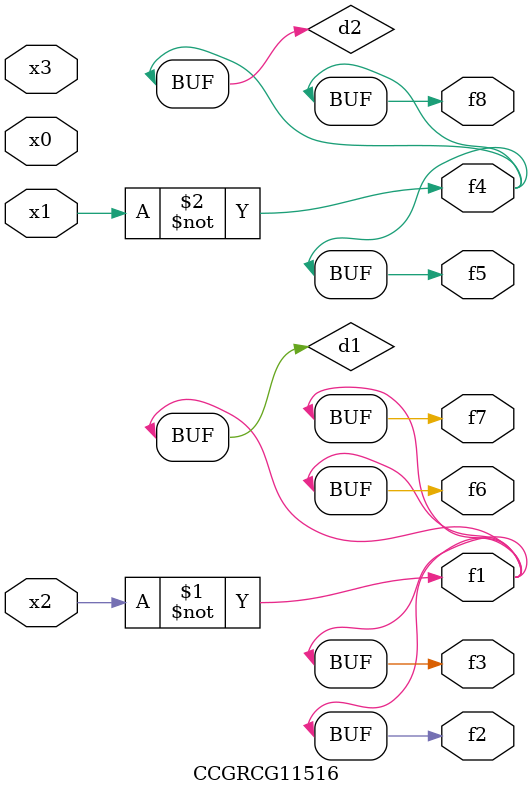
<source format=v>
module CCGRCG11516(
	input x0, x1, x2, x3,
	output f1, f2, f3, f4, f5, f6, f7, f8
);

	wire d1, d2;

	xnor (d1, x2);
	not (d2, x1);
	assign f1 = d1;
	assign f2 = d1;
	assign f3 = d1;
	assign f4 = d2;
	assign f5 = d2;
	assign f6 = d1;
	assign f7 = d1;
	assign f8 = d2;
endmodule

</source>
